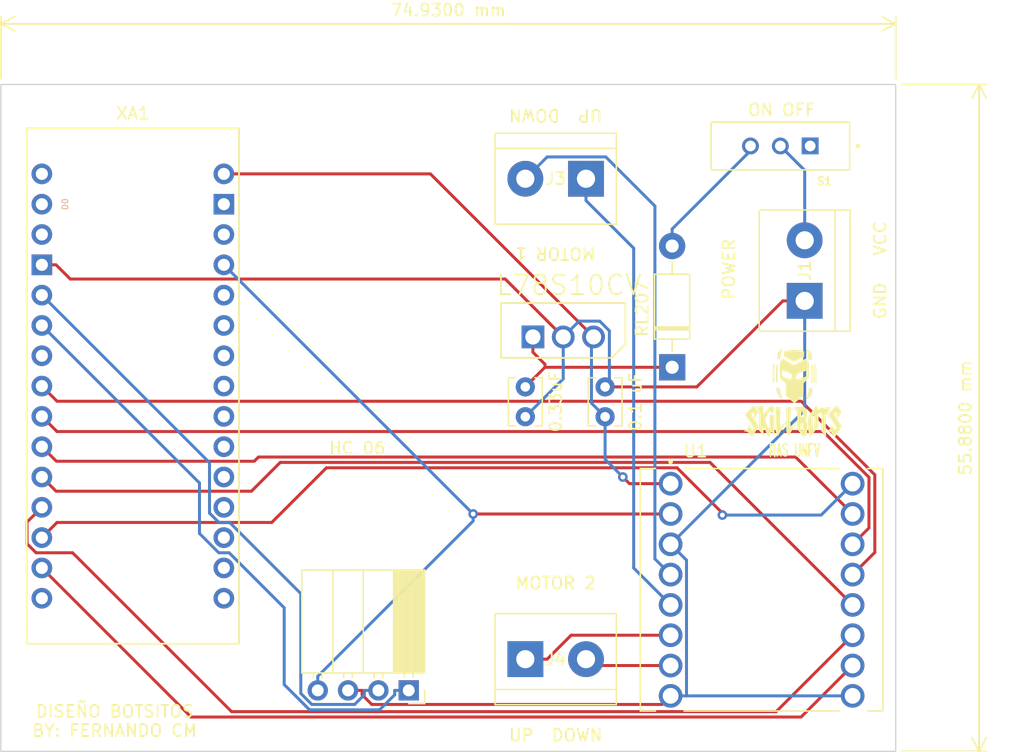
<source format=kicad_pcb>
(kicad_pcb (version 20221018) (generator pcbnew)
  (layers (0 "F.Cu" signal) (31 "B.Cu" signal) (34 "B.Paste" user) (35 "F.Paste" user) (36 "B.SilkS" user "B.Silkscreen") (37 "F.SilkS" user "F.Silkscreen") (38 "B.Mask" user) (39 "F.Mask" user) (44 "Edge.Cuts" user))
  (net 0 "")
  (net 1 "GND")
  (net 2 "TX")
  (net 3 "RX")
  (net 4 "A1")
  (net 5 "A2")
  (net 6 "E1")
  (net 7 "E2")
  (net 9 "Net-(J1-Pad2)")
  (net 10 "M2")
  (net 11 "M1")
  (net 12 "M4")
  (net 13 "M3")
  (net 14 "SBY")
  (net 15 "A3")
  (net 16 "A4")
  (net 35 "10V")
  (net 36 "5V")
  (net 37 "Net-(C1-Pad2)")
  (net 38 "Net-(D1-Pad2)")
  (footprint "User:SW_MINI-SPDT-SW" (layer "F.Cu") (at 126.8653 38.1762 180)
    (fp_text reference "S1" (at -3.683 -2.9464 180) (layer "F.SilkS") (effects (font (size 0.64 0.64))))
    (fp_text value "MINI-SPDT-SW")
    (pad "1" thru_hole rect (at -2.5 0 180) (size 1.408 1.408) (drill 0.9) (layers "*.Cu" "*.Mask"))
    (pad "2" thru_hole circle (at 0 0 180) (size 1.408 1.408) (drill 0.9) (layers "*.Cu" "*.Mask") (net 9 "Net-(J1-Pad2)"))
    (pad "3" thru_hole circle (at 2.5 0 180) (size 1.408 1.408) (drill 0.9) (layers "*.Cu" "*.Mask") (net 38 "Net-(D1-Pad2)"))
  )
  (footprint "Capacitor_THT:C_Disc_D3.8mm_W2.6mm_P2.50mm" (layer "F.Cu") (at 112.1918 60.8638 90)
    (fp_text reference "C2" hide)
    (fp_text value "0.1 uF" (at 1.25 2.55 90) (layer "F.SilkS"))
    (pad "1" thru_hole circle (at 0 0 90) (size 1.6 1.6) (drill 0.8) (layers "*.Cu" "*.Mask") (net 35 "10V"))
    (pad "2" thru_hole circle (at 2.5 0 90) (size 1.6 1.6) (drill 0.8) (layers "*.Cu" "*.Mask") (net 1 "GND"))
  )
  (footprint "TerminalBlock:TerminalBlock_bornier-2_P5.08mm" (layer "F.Cu") (at 110.5916 40.9194 180)
    (fp_text reference "J3" (at 2.54 0) (layer "F.SilkS"))
    (fp_text value "MOTOR A")
    (pad "1" thru_hole rect (at 0 0 180) (size 3 3) (drill 1.52) (layers "*.Cu" "*.Mask") (net 10 "M2"))
    (pad "2" thru_hole circle (at 5.08 0 180) (size 3 3) (drill 1.52) (layers "*.Cu" "*.Mask") (net 11 "M1"))
  )
  (footprint "Connector_PinSocket_2.54mm:PinSocket_1x04_P2.54mm_Horizontal" (layer "F.Cu") (at 95.7472 83.7946 -90)
    (fp_text reference "J2" hide)
    (fp_text value "HC06")
    (pad "1" thru_hole rect (at 0 0 270) (size 1.7 1.7) (drill 1) (layers "*.Cu" "*.Mask") (net 3 "RX"))
    (pad "2" thru_hole oval (at 0 2.54 270) (size 1.7 1.7) (drill 1) (layers "*.Cu" "*.Mask") (net 2 "TX"))
    (pad "3" thru_hole oval (at 0 5.08 270) (size 1.7 1.7) (drill 1) (layers "*.Cu" "*.Mask") (net 1 "GND"))
    (pad "4" thru_hole oval (at 0 7.62 270) (size 1.7 1.7) (drill 1) (layers "*.Cu" "*.Mask") (net 36 "5V"))
  )
  (footprint "User:TO254P450X1020X1935-3P" (layer "F.Cu") (at 111.2266 53.086)
    (fp_text reference "Q1" hide)
    (fp_text value "L78S10CV" (at -2.0574 -3.2512) (layer "F.SilkS") (effects (font (size 1.640433 1.640433))))
    (pad "1" thru_hole rect (at -5.08 1.0922) (size 1.905 1.905) (drill 1.27) (layers "*.Cu" "*.Mask") (net 37 "Net-(C1-Pad2)"))
    (pad "2" thru_hole circle (at -2.54 1.0922) (size 1.905 1.905) (drill 1.27) (layers "*.Cu" "*.Mask") (net 1 "GND"))
    (pad "3" thru_hole circle (at 0 1.0922) (size 1.905 1.905) (drill 1.27) (layers "*.Cu" "*.Mask") (net 35 "10V"))
  )
  (footprint "PCM_arduino-library:Arduino_Nano_Every_Socket" (layer "F.Cu") (at 72.644 79.883)
    (fp_text reference "XA1" (at 0 -44.45) (layer "F.SilkS"))
    (fp_text value "Arduino_Nano_Every_Socket")
    (fp_text user "D0" (at -5.715 -36.83 -90 unlocked) (layer "B.SilkS") (effects (font (size 0.5 0.5) (thickness 0.075)) (justify mirror)))
    (fp_text user "D0" (at -5.715 -36.83 -90 unlocked) (layer "F.SilkS") (effects (font (size 0.5 0.5) (thickness 0.075))))
    (pad "" np_thru_hole circle (at -7.62 -41.91) (size 1.8 1.8) (drill 1.8) (layers "F&B.Cu" "*.Mask"))
    (pad "" np_thru_hole circle (at -7.62 -1.27) (size 1.8 1.8) (drill 1.8) (layers "F&B.Cu" "*.Mask"))
    (pad "" np_thru_hole circle (at 7.62 -41.91) (size 1.8 1.8) (drill 1.8) (layers "F&B.Cu" "*.Mask"))
    (pad "" np_thru_hole circle (at 7.62 -1.27) (size 1.8 1.8) (drill 1.8) (layers "F&B.Cu" "*.Mask"))
    (pad "3V3" thru_hole circle (at 7.62 -6.35) (size 1.7272 1.7272) (drill 1.016) (layers "*.Cu" "*.Mask"))
    (pad "5V" thru_hole circle (at 7.62 -31.75) (size 1.7272 1.7272) (drill 1.016) (layers "*.Cu" "*.Mask") (net 36 "5V"))
    (pad "A0" thru_hole circle (at 7.62 -11.43) (size 1.7272 1.7272) (drill 1.016) (layers "*.Cu" "*.Mask"))
    (pad "A1" thru_hole circle (at 7.62 -13.97) (size 1.7272 1.7272) (drill 1.016) (layers "*.Cu" "*.Mask"))
    (pad "A2" thru_hole circle (at 7.62 -16.51) (size 1.7272 1.7272) (drill 1.016) (layers "*.Cu" "*.Mask"))
    (pad "A3" thru_hole circle (at 7.62 -19.05) (size 1.7272 1.7272) (drill 1.016) (layers "*.Cu" "*.Mask"))
    (pad "A4" thru_hole circle (at 7.62 -21.59) (size 1.7272 1.7272) (drill 1.016) (layers "*.Cu" "*.Mask"))
    (pad "A5" thru_hole circle (at 7.62 -24.13) (size 1.7272 1.7272) (drill 1.016) (layers "*.Cu" "*.Mask"))
    (pad "A6" thru_hole circle (at 7.62 -26.67) (size 1.7272 1.7272) (drill 1.016) (layers "*.Cu" "*.Mask"))
    (pad "A7" thru_hole circle (at 7.62 -29.21) (size 1.7272 1.7272) (drill 1.016) (layers "*.Cu" "*.Mask"))
    (pad "AREF" thru_hole circle (at 7.62 -8.89) (size 1.7272 1.7272) (drill 1.016) (layers "*.Cu" "*.Mask"))
    (pad "D0" thru_hole circle (at -7.62 -36.83) (size 1.7272 1.7272) (drill 1.016) (layers "*.Cu" "*.Mask"))
    (pad "D1" thru_hole circle (at -7.62 -39.37) (size 1.7272 1.7272) (drill 1.016) (layers "*.Cu" "*.Mask"))
    (pad "D2" thru_hole circle (at -7.62 -29.21) (size 1.7272 1.7272) (drill 1.016) (layers "*.Cu" "*.Mask") (net 2 "TX"))
    (pad "D3" thru_hole circle (at -7.62 -26.67) (size 1.7272 1.7272) (drill 1.016) (layers "*.Cu" "*.Mask") (net 3 "RX"))
    (pad "D4" thru_hole circle (at -7.62 -24.13) (size 1.7272 1.7272) (drill 1.016) (layers "*.Cu" "*.Mask"))
    (pad "D5" thru_hole circle (at -7.62 -21.59) (size 1.7272 1.7272) (drill 1.016) (layers "*.Cu" "*.Mask") (net 14 "SBY"))
    (pad "D6" thru_hole circle (at -7.62 -19.05) (size 1.7272 1.7272) (drill 1.016) (layers "*.Cu" "*.Mask") (net 4 "A1"))
    (pad "D7" thru_hole circle (at -7.62 -16.51) (size 1.7272 1.7272) (drill 1.016) (layers "*.Cu" "*.Mask") (net 5 "A2"))
    (pad "D8" thru_hole circle (at -7.62 -13.97) (size 1.7272 1.7272) (drill 1.016) (layers "*.Cu" "*.Mask") (net 15 "A3"))
    (pad "D9" thru_hole circle (at -7.62 -11.43) (size 1.7272 1.7272) (drill 1.016) (layers "*.Cu" "*.Mask") (net 16 "A4"))
    (pad "D10" thru_hole circle (at -7.62 -8.89) (size 1.7272 1.7272) (drill 1.016) (layers "*.Cu" "*.Mask") (net 6 "E1"))
    (pad "D11" thru_hole circle (at -7.62 -6.35) (size 1.7272 1.7272) (drill 1.016) (layers "*.Cu" "*.Mask") (net 7 "E2"))
    (pad "D12" thru_hole circle (at -7.62 -3.81) (size 1.7272 1.7272) (drill 1.016) (layers "*.Cu" "*.Mask"))
    (pad "D13" thru_hole circle (at 7.62 -3.81) (size 1.7272 1.7272) (drill 1.016) (layers "*.Cu" "*.Mask"))
    (pad "GND1" thru_hole rect (at -7.62 -31.75) (size 1.7272 1.7272) (drill 1.016) (layers "*.Cu" "*.Mask") (net 1 "GND"))
    (pad "GND2" thru_hole rect (at 7.62 -36.83) (size 1.7272 1.7272) (drill 1.016) (layers "*.Cu" "*.Mask"))
    (pad "RST1" thru_hole circle (at -7.62 -34.29) (size 1.7272 1.7272) (drill 1.016) (layers "*.Cu" "*.Mask"))
    (pad "RST2" thru_hole circle (at 7.62 -34.29) (size 1.7272 1.7272) (drill 1.016) (layers "*.Cu" "*.Mask"))
    (pad "VIN" thru_hole circle (at 7.62 -39.37) (size 1.7272 1.7272) (drill 1.016) (layers "*.Cu" "*.Mask") (net 35 "10V"))
  )
  (footprint "TerminalBlock:TerminalBlock_bornier-2_P5.08mm" (layer "F.Cu") (at 105.5116 81.1784)
    (fp_text reference "J4" (at 2.54 0) (layer "F.SilkS"))
    (fp_text value "MOTOR B")
    (pad "1" thru_hole rect (at 0 0) (size 3 3) (drill 1.52) (layers "*.Cu" "*.Mask") (net 12 "M4"))
    (pad "2" thru_hole circle (at 5.08 0) (size 3 3) (drill 1.52) (layers "*.Cu" "*.Mask") (net 13 "M3"))
  )
  (footprint "Diode_THT:D_DO-41_SOD81_P10.16mm_Horizontal" (layer "F.Cu") (at 117.8052 56.7182 90)
    (fp_text reference "D1" hide)
    (fp_text value "RL207" (at 4.8768 -2.5146 90) (layer "F.SilkS"))
    (pad "1" thru_hole rect (at 0 0 90) (size 2.2 2.2) (drill 1.1) (layers "*.Cu" "*.Mask") (net 37 "Net-(C1-Pad2)"))
    (pad "2" thru_hole oval (at 10.16 0 90) (size 2.2 2.2) (drill 1.1) (layers "*.Cu" "*.Mask") (net 38 "Net-(D1-Pad2)"))
  )
  (footprint "tt:sk" (layer "F.Cu") (at 128.111013 59.633485)
    (fp_text reference "G***" hide)
    (fp_text value "LOGO" hide)
  )
  (footprint "TerminalBlock:TerminalBlock_bornier-2_P5.08mm" (layer "F.Cu") (at 128.905 51.1556 90)
    (fp_text reference "J1" (at 2.54 0 90) (layer "F.SilkS"))
    (fp_text value "POWER")
    (pad "1" thru_hole rect (at 0 0 90) (size 3 3) (drill 1.52) (layers "*.Cu" "*.Mask") (net 1 "GND"))
    (pad "2" thru_hole circle (at 5.08 0 90) (size 3 3) (drill 1.52) (layers "*.Cu" "*.Mask") (net 9 "Net-(J1-Pad2)"))
  )
  (footprint "Capacitor_THT:C_Disc_D3.8mm_W2.6mm_P2.50mm" (layer "F.Cu") (at 105.5116 60.8638 90)
    (fp_text reference "C1" hide)
    (fp_text value "0.33uF" (at 1.25 2.55 90) (layer "F.SilkS"))
    (pad "1" thru_hole circle (at 0 0 90) (size 1.6 1.6) (drill 0.8) (layers "*.Cu" "*.Mask") (net 1 "GND"))
    (pad "2" thru_hole circle (at 2.5 0 90) (size 1.6 1.6) (drill 0.8) (layers "*.Cu" "*.Mask") (net 37 "Net-(C1-Pad2)"))
  )
  (footprint "User:MODULE_ROB-14450" (layer "F.Cu") (at 125.2982 75.3618)
    (fp_text reference "U1" (at -5.5332 -11.6132) (layer "F.SilkS"))
    (fp_text value "ROB-14450")
    (pad "1" thru_hole circle (at -7.62 -8.89) (size 1.98 1.98) (drill 1.32) (layers "*.Cu" "*.Mask") (net 35 "10V"))
    (pad "2" thru_hole circle (at -7.62 -6.35) (size 1.98 1.98) (drill 1.32) (layers "*.Cu" "*.Mask") (net 36 "5V"))
    (pad "3" thru_hole circle (at -7.62 -3.81) (size 1.98 1.98) (drill 1.32) (layers "*.Cu" "*.Mask") (net 1 "GND"))
    (pad "4" thru_hole circle (at -7.62 -1.27) (size 1.98 1.98) (drill 1.32) (layers "*.Cu" "*.Mask") (net 11 "M1"))
    (pad "5" thru_hole circle (at -7.62 1.27) (size 1.98 1.98) (drill 1.32) (layers "*.Cu" "*.Mask") (net 10 "M2"))
    (pad "6" thru_hole circle (at -7.62 3.81) (size 1.98 1.98) (drill 1.32) (layers "*.Cu" "*.Mask") (net 12 "M4"))
    (pad "7" thru_hole circle (at -7.62 6.35) (size 1.98 1.98) (drill 1.32) (layers "*.Cu" "*.Mask") (net 13 "M3"))
    (pad "8" thru_hole circle (at -7.62 8.89) (size 1.98 1.98) (drill 1.32) (layers "*.Cu" "*.Mask") (net 1 "GND"))
    (pad "9" thru_hole circle (at 7.62 8.89) (size 1.98 1.98) (drill 1.32) (layers "*.Cu" "*.Mask") (net 1 "GND"))
    (pad "10" thru_hole circle (at 7.62 6.35) (size 1.98 1.98) (drill 1.32) (layers "*.Cu" "*.Mask") (net 7 "E2"))
    (pad "11" thru_hole circle (at 7.62 3.81) (size 1.98 1.98) (drill 1.32) (layers "*.Cu" "*.Mask") (net 16 "A4"))
    (pad "12" thru_hole circle (at 7.62 1.27) (size 1.98 1.98) (drill 1.32) (layers "*.Cu" "*.Mask") (net 15 "A3"))
    (pad "13" thru_hole circle (at 7.62 -1.27) (size 1.98 1.98) (drill 1.32) (layers "*.Cu" "*.Mask") (net 14 "SBY"))
    (pad "14" thru_hole circle (at 7.62 -3.81) (size 1.98 1.98) (drill 1.32) (layers "*.Cu" "*.Mask") (net 4 "A1"))
    (pad "15" thru_hole circle (at 7.62 -6.35) (size 1.98 1.98) (drill 1.32) (layers "*.Cu" "*.Mask") (net 5 "A2"))
    (pad "16" thru_hole circle (at 7.62 -8.89) (size 1.98 1.98) (drill 1.32) (layers "*.Cu" "*.Mask") (net 6 "E1"))
  )
  (gr_rect (start 61.595 33.02) (end 136.525 88.9) (stroke (width 0.1)) (fill none) (layer "Edge.Cuts"))
  (gr_text "UP  DOWN" (at 108.0516 35.6108 180) (layer "F.SilkS") (effects (font (size 1 1))))
  (gr_text "ON OFF" (at 126.9746 35.1536) (layer "F.SilkS") (effects (font (size 1 1))))
  (gr_text "GND   VCC" (at 135.2296 48.5902 90) (layer "F.SilkS") (effects (font (size 1 1))))
  (gr_text "HC 06" (at 91.44 63.5) (layer "F.SilkS") (effects (font (size 1 1))))
  (gr_text "MOTOR 2" (at 108.0516 74.803) (layer "F.SilkS") (effects (font (size 1 1))))
  (gr_text "UP  DOWN" (at 108.0516 87.5538) (layer "F.SilkS") (effects (font (size 1 1))))
  (gr_text "POWER" (at 122.555 48.4886 90) (layer "F.SilkS") (effects (font (size 1 1))))
  (gr_text "DISEÑO BOTSITOS\nBY: FERNANDO CM" (at 71.12 86.36) (layer "F.SilkS") (effects (font (size 1 1))))
  (gr_text "MOTOR 1" (at 108.0262 47.1932 180) (layer "F.SilkS") (effects (font (size 1 1))))
  (dimension (type aligned) (layer "F.SilkS") (pts (xy 136.525 33.02) (xy 136.525 88.9)) (height -6.985) (gr_text "55.8800 mm" (at 142.36 60.96 90) (layer "F.SilkS") (effects (font (size 1 1) (thickness 0.15)))) (format (prefix "") (suffix "") (units 3) (units_format 1) (precision 4)) (style (thickness 0.15) (arrow_length 1.27) (text_position_mode 0) (extension_height 0.58642) (extension_offset 0.5) keep_text_aligned))
  (dimension (type aligned) (layer "F.SilkS") (pts (xy 136.525 33.02) (xy 61.595 33.02)) (height 5.08) (gr_text "74.9300 mm" (at 99.06 26.79) (layer "F.SilkS") (effects (font (size 1 1) (thickness 0.15)))) (format (prefix "") (suffix "") (units 3) (units_format 1) (precision 4)) (style (thickness 0.15) (arrow_length 1.27) (text_position_mode 0) (extension_height 0.58642) (extension_offset 0.5) keep_text_aligned))
  (segment (start 103.8319 49.3235) (end 108.6866 54.1782) (width 0.25) (layer "F.Cu") (net 1))
  (segment (start 92.6531 84.9715) (end 116.9585 84.9715) (width 0.25) (layer "F.Cu") (net 1))
  (segment (start 128.905 51.1556) (end 127.0781 51.1556) (width 0.25) (layer "F.Cu") (net 1))
  (segment (start 90.6672 83.7946) (end 91.8441 83.7946) (width 0.25) (layer "F.Cu") (net 1))
  (segment (start 116.9585 84.9715) (end 117.6782 84.2518) (width 0.25) (layer "F.Cu") (net 1))
  (segment (start 66.2145 48.133) (end 67.405 49.3235) (width 0.25) (layer "F.Cu") (net 1))
  (segment (start 91.8441 84.1625) (end 92.6531 84.9715) (width 0.25) (layer "F.Cu") (net 1))
  (segment (start 127.0781 51.1556) (end 119.8699 58.3638) (width 0.25) (layer "F.Cu") (net 1))
  (segment (start 119.8699 58.3638) (end 112.1918 58.3638) (width 0.25) (layer "F.Cu") (net 1))
  (segment (start 67.405 49.3235) (end 103.8319 49.3235) (width 0.25) (layer "F.Cu") (net 1))
  (segment (start 65.024 48.133) (end 66.2145 48.133) (width 0.25) (layer "F.Cu") (net 1))
  (segment (start 91.8441 83.7946) (end 91.8441 84.1625) (width 0.25) (layer "F.Cu") (net 1))
  (segment (start 110.0142 52.8506) (end 108.6866 54.1782) (width 0.25) (layer "B.Cu") (net 1))
  (segment (start 112.5503 53.6661) (end 111.7348 52.8506) (width 0.25) (layer "B.Cu") (net 1))
  (segment (start 112.5503 58.0053) (end 112.5503 53.6661) (width 0.25) (layer "B.Cu") (net 1))
  (segment (start 132.9182 84.2518) (end 119.0093 84.2518) (width 0.25) (layer "B.Cu") (net 1))
  (segment (start 117.6782 71.5518) (end 128.905 60.325) (width 0.25) (layer "B.Cu") (net 1))
  (segment (start 119.0093 72.8829) (end 117.6782 71.5518) (width 0.25) (layer "B.Cu") (net 1))
  (segment (start 119.0093 84.2518) (end 117.6782 84.2518) (width 0.25) (layer "B.Cu") (net 1))
  (segment (start 108.6866 57.6888) (end 105.5116 60.8638) (width 0.25) (layer "B.Cu") (net 1))
  (segment (start 119.0093 84.2518) (end 119.0093 72.8829) (width 0.25) (layer "B.Cu") (net 1))
  (segment (start 128.905 60.325) (end 128.905 52.9825) (width 0.25) (layer "B.Cu") (net 1))
  (segment (start 112.1918 58.3638) (end 112.5503 58.0053) (width 0.25) (layer "B.Cu") (net 1))
  (segment (start 128.905 51.1556) (end 128.905 52.9825) (width 0.25) (layer "B.Cu") (net 1))
  (segment (start 111.7348 52.8506) (end 110.0142 52.8506) (width 0.25) (layer "B.Cu") (net 1))
  (segment (start 108.6866 54.1782) (end 108.6866 57.6888) (width 0.25) (layer "B.Cu") (net 1))
  (segment (start 79.0642 68.9368) (end 79.8504 69.723) (width 0.25) (layer "B.Cu") (net 2))
  (segment (start 80.7519 69.723) (end 86.7078 75.6789) (width 0.25) (layer "B.Cu") (net 2))
  (segment (start 87.6335 84.9715) (end 91.2192 84.9715) (width 0.25) (layer "B.Cu") (net 2))
  (segment (start 79.8504 69.723) (end 80.7519 69.723) (width 0.25) (layer "B.Cu") (net 2))
  (segment (start 86.7078 75.6789) (end 86.7078 84.0458) (width 0.25) (layer "B.Cu") (net 2))
  (segment (start 91.2192 84.9715) (end 92.0303 84.1604) (width 0.25) (layer "B.Cu") (net 2))
  (segment (start 93.2072 83.7946) (end 92.0303 83.7946) (width 0.25) (layer "B.Cu") (net 2))
  (segment (start 86.7078 84.0458) (end 87.6335 84.9715) (width 0.25) (layer "B.Cu") (net 2))
  (segment (start 79.0642 64.7132) (end 79.0642 68.9368) (width 0.25) (layer "B.Cu") (net 2))
  (segment (start 92.0303 84.1604) (end 92.0303 83.7946) (width 0.25) (layer "B.Cu") (net 2))
  (segment (start 65.024 50.673) (end 79.0642 64.7132) (width 0.25) (layer "B.Cu") (net 2))
  (segment (start 93.3079 85.4249) (end 94.5703 84.1625) (width 0.25) (layer "B.Cu") (net 3))
  (segment (start 85.3202 83.3056) (end 87.4395 85.4249) (width 0.25) (layer "B.Cu") (net 3))
  (segment (start 78.2239 70.644) (end 79.8429 72.263) (width 0.25) (layer "B.Cu") (net 3))
  (segment (start 95.7472 83.7946) (end 94.5703 83.7946) (width 0.25) (layer "B.Cu") (net 3))
  (segment (start 78.2239 66.4129) (end 78.2239 70.644) (width 0.25) (layer "B.Cu") (net 3))
  (segment (start 65.024 53.213) (end 78.2239 66.4129) (width 0.25) (layer "B.Cu") (net 3))
  (segment (start 85.3202 76.872) (end 85.3202 83.3056) (width 0.25) (layer "B.Cu") (net 3))
  (segment (start 79.8429 72.263) (end 80.7112 72.263) (width 0.25) (layer "B.Cu") (net 3))
  (segment (start 87.4395 85.4249) (end 93.3079 85.4249) (width 0.25) (layer "B.Cu") (net 3))
  (segment (start 80.7112 72.263) (end 85.3202 76.872) (width 0.25) (layer "B.Cu") (net 3))
  (segment (start 94.5703 84.1625) (end 94.5703 83.7946) (width 0.25) (layer "B.Cu") (net 3))
  (segment (start 134.2873 65.94) (end 134.2873 70.1827) (width 0.25) (layer "F.Cu") (net 4))
  (segment (start 65.024 60.833) (end 66.2941 62.1031) (width 0.25) (layer "F.Cu") (net 4))
  (segment (start 130.4504 62.1031) (end 134.2873 65.94) (width 0.25) (layer "F.Cu") (net 4))
  (segment (start 134.2873 70.1827) (end 132.9182 71.5518) (width 0.25) (layer "F.Cu") (net 4))
  (segment (start 66.2941 62.1031) (end 130.4504 62.1031) (width 0.25) (layer "F.Cu") (net 4))
  (segment (start 82.8112 64.5924) (end 66.2434 64.5924) (width 0.25) (layer "F.Cu") (net 5))
  (segment (start 83.165 64.2386) (end 82.8112 64.5924) (width 0.25) (layer "F.Cu") (net 5))
  (segment (start 128.145 64.2386) (end 83.165 64.2386) (width 0.25) (layer "F.Cu") (net 5))
  (segment (start 132.9182 69.0118) (end 128.145 64.2386) (width 0.25) (layer "F.Cu") (net 5))
  (segment (start 66.2434 64.5924) (end 65.024 63.373) (width 0.25) (layer "F.Cu") (net 5))
  (segment (start 118.2192 65.1424) (end 122.014 68.9372) (width 0.25) (layer "F.Cu") (net 6))
  (segment (start 84.2775 69.723) (end 88.8581 65.1424) (width 0.25) (layer "F.Cu") (net 6))
  (segment (start 122.014 68.9372) (end 122.014 69.1016) (width 0.25) (layer "F.Cu") (net 6))
  (segment (start 66.294 69.723) (end 84.2775 69.723) (width 0.25) (layer "F.Cu") (net 6))
  (segment (start 65.024 70.993) (end 66.294 69.723) (width 0.25) (layer "F.Cu") (net 6))
  (segment (start 88.8581 65.1424) (end 118.2192 65.1424) (width 0.25) (layer "F.Cu") (net 6))
  (via (at 122.014 69.1016) (size 0.8) (drill 0.4) (layers "F.Cu" "B.Cu") (net 6))
  (segment (start 130.2884 69.1016) (end 132.9182 66.4718) (width 0.25) (layer "B.Cu") (net 6))
  (segment (start 122.014 69.1016) (end 130.2884 69.1016) (width 0.25) (layer "B.Cu") (net 6))
  (segment (start 128.6042 86.0258) (end 77.5168 86.0258) (width 0.25) (layer "F.Cu") (net 7))
  (segment (start 77.5168 86.0258) (end 65.024 73.533) (width 0.25) (layer "F.Cu") (net 7))
  (segment (start 132.9182 81.7118) (end 128.6042 86.0258) (width 0.25) (layer "F.Cu") (net 7))
  (segment (start 128.905 46.0756) (end 128.905 40.2159) (width 0.25) (layer "B.Cu") (net 9))
  (segment (start 128.905 40.2159) (end 126.8653 38.1762) (width 0.25) (layer "B.Cu") (net 9))
  (segment (start 117.6782 76.6318) (end 114.5849 73.5385) (width 0.25) (layer "B.Cu") (net 10))
  (segment (start 114.5849 73.5385) (end 114.5849 46.7396) (width 0.25) (layer "B.Cu") (net 10))
  (segment (start 114.5849 46.7396) (end 110.5916 42.7463) (width 0.25) (layer "B.Cu") (net 10))
  (segment (start 110.5916 40.9194) (end 110.5916 42.7463) (width 0.25) (layer "B.Cu") (net 10))
  (segment (start 112.248 39.0925) (end 107.3385 39.0925) (width 0.25) (layer "B.Cu") (net 11))
  (segment (start 117.6782 74.0918) (end 116.3613 72.7749) (width 0.25) (layer "B.Cu") (net 11))
  (segment (start 116.3613 72.7749) (end 116.3613 43.2058) (width 0.25) (layer "B.Cu") (net 11))
  (segment (start 107.3385 39.0925) (end 105.5116 40.9194) (width 0.25) (layer "B.Cu") (net 11))
  (segment (start 116.3613 43.2058) (end 112.248 39.0925) (width 0.25) (layer "B.Cu") (net 11))
  (segment (start 105.5116 81.1784) (end 107.3385 81.1784) (width 0.25) (layer "F.Cu") (net 12))
  (segment (start 109.3451 79.1718) (end 107.3385 81.1784) (width 0.25) (layer "F.Cu") (net 12))
  (segment (start 117.6782 79.1718) (end 109.3451 79.1718) (width 0.25) (layer "F.Cu") (net 12))
  (segment (start 111.125 81.7118) (end 110.5916 81.1784) (width 0.25) (layer "F.Cu") (net 13))
  (segment (start 117.6782 81.7118) (end 111.125 81.7118) (width 0.25) (layer "F.Cu") (net 13))
  (segment (start 134.7764 72.2336) (end 134.7764 65.7274) (width 0.25) (layer "F.Cu") (net 14))
  (segment (start 128.612 59.563) (end 66.294 59.563) (width 0.25) (layer "F.Cu") (net 14))
  (segment (start 132.9182 74.0918) (end 134.7764 72.2336) (width 0.25) (layer "F.Cu") (net 14))
  (segment (start 66.294 59.563) (end 65.024 58.293) (width 0.25) (layer "F.Cu") (net 14))
  (segment (start 134.7764 65.7274) (end 128.612 59.563) (width 0.25) (layer "F.Cu") (net 14))
  (segment (start 66.2146 67.1036) (end 82.5712 67.1036) (width 0.25) (layer "F.Cu") (net 15))
  (segment (start 65.024 65.913) (end 66.2146 67.1036) (width 0.25) (layer "F.Cu") (net 15))
  (segment (start 82.5712 67.1036) (end 84.9843 64.6905) (width 0.25) (layer "F.Cu") (net 15))
  (segment (start 84.9843 64.6905) (end 120.9769 64.6905) (width 0.25) (layer "F.Cu") (net 15))
  (segment (start 120.9769 64.6905) (end 132.9182 76.6318) (width 0.25) (layer "F.Cu") (net 15))
  (segment (start 132.9182 79.1718) (end 126.5161 85.5739) (width 0.25) (layer "F.Cu") (net 16))
  (segment (start 80.9096 85.5739) (end 67.5987 72.263) (width 0.25) (layer "F.Cu") (net 16))
  (segment (start 64.5428 72.263) (end 63.7817 71.5019) (width 0.25) (layer "F.Cu") (net 16))
  (segment (start 126.5161 85.5739) (end 80.9096 85.5739) (width 0.25) (layer "F.Cu") (net 16))
  (segment (start 63.7817 69.6953) (end 65.024 68.453) (width 0.25) (layer "F.Cu") (net 16))
  (segment (start 63.7817 71.5019) (end 63.7817 69.6953) (width 0.25) (layer "F.Cu") (net 16))
  (segment (start 67.5987 72.263) (end 64.5428 72.263) (width 0.25) (layer "F.Cu") (net 16))
  (segment (start 117.6782 66.4718) (end 114.2361 66.4718) (width 0.25) (layer "F.Cu") (net 35))
  (segment (start 97.5614 40.513) (end 111.2266 54.1782) (width 0.25) (layer "F.Cu") (net 35))
  (segment (start 80.264 40.513) (end 97.5614 40.513) (width 0.25) (layer "F.Cu") (net 35))
  (segment (start 114.2361 66.4718) (end 113.6804 65.9161) (width 0.25) (layer "F.Cu") (net 35))
  (via (at 113.6804 65.9161) (size 0.8) (drill 0.4) (layers "F.Cu" "B.Cu") (net 35))
  (segment (start 111.0491 54.3557) (end 111.2266 54.1782) (width 0.25) (layer "B.Cu") (net 35))
  (segment (start 111.0491 59.7211) (end 111.0491 54.3557) (width 0.25) (layer "B.Cu") (net 35))
  (segment (start 112.1918 64.4275) (end 112.1918 60.8638) (width 0.25) (layer "B.Cu") (net 35))
  (segment (start 112.1918 60.8638) (end 111.0491 59.7211) (width 0.25) (layer "B.Cu") (net 35))
  (segment (start 113.6804 65.9161) (end 112.1918 64.4275) (width 0.25) (layer "B.Cu") (net 35))
  (segment (start 101.143 69.0118) (end 117.6782 69.0118) (width 0.25) (layer "F.Cu") (net 36))
  (via (at 101.143 69.0118) (size 0.8) (drill 0.4) (layers "F.Cu" "B.Cu") (net 36))
  (segment (start 88.1272 83.7946) (end 88.1272 82.6177) (width 0.25) (layer "B.Cu") (net 36))
  (segment (start 101.1428 69.0118) (end 101.143 69.0118) (width 0.25) (layer "B.Cu") (net 36))
  (segment (start 80.264 48.133) (end 101.1428 69.0118) (width 0.25) (layer "B.Cu") (net 36))
  (segment (start 101.143 69.0118) (end 101.143 69.6019) (width 0.25) (layer "B.Cu") (net 36))
  (segment (start 101.143 69.6019) (end 88.1272 82.6177) (width 0.25) (layer "B.Cu") (net 36))
  (segment (start 107.1572 56.7182) (end 107.1572 56.4682) (width 0.25) (layer "F.Cu") (net 37))
  (segment (start 107.1572 56.7182) (end 105.5116 58.3638) (width 0.25) (layer "F.Cu") (net 37))
  (segment (start 106.1466 54.1782) (end 106.1466 55.4576) (width 0.25) (layer "F.Cu") (net 37))
  (segment (start 117.8052 56.7182) (end 107.1572 56.7182) (width 0.25) (layer "F.Cu") (net 37))
  (segment (start 107.1572 56.4682) (end 106.1466 55.4576) (width 0.25) (layer "F.Cu") (net 37))
  (segment (start 124.3653 38.5712) (end 124.3653 38.1762) (width 0.25) (layer "B.Cu") (net 38))
  (segment (start 117.8052 46.5582) (end 117.8052 45.1313) (width 0.25) (layer "B.Cu") (net 38))
  (segment (start 117.8052 45.1313) (end 124.3653 38.5712) (width 0.25) (layer "B.Cu") (net 38))
)
</source>
